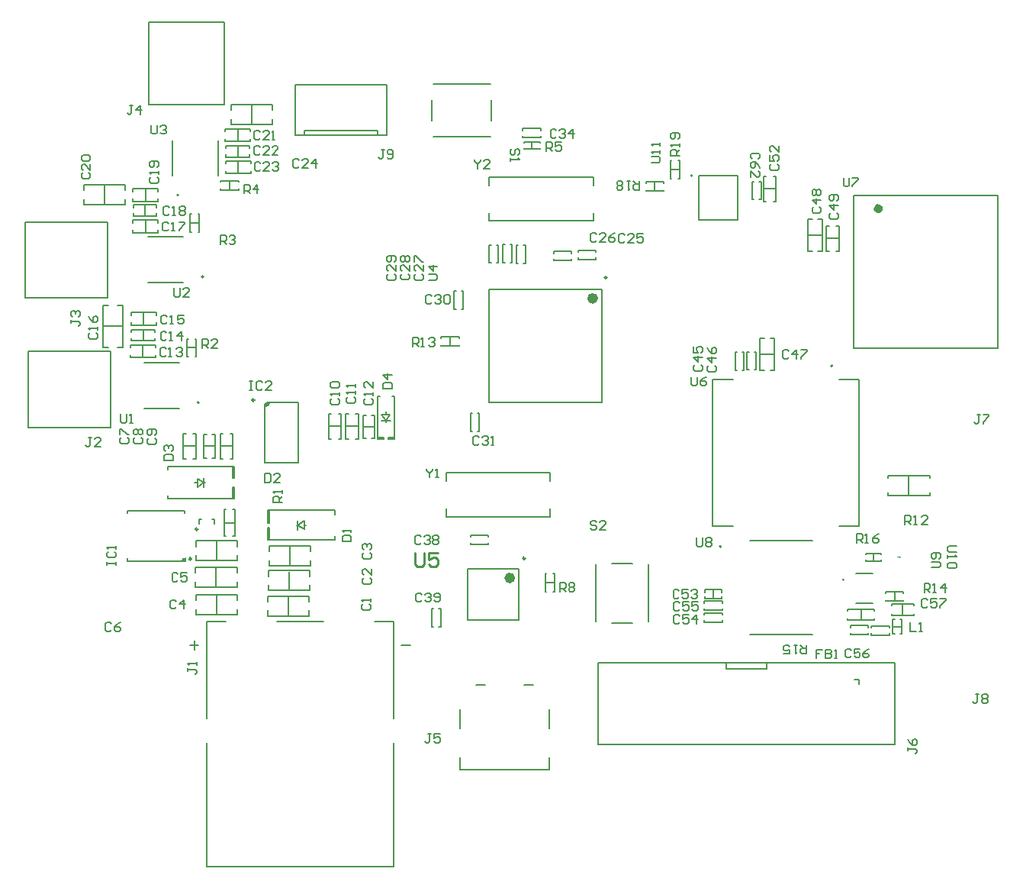
<source format=gbr>
%TF.GenerationSoftware,Altium Limited,Altium Designer,24.10.1 (45)*%
G04 Layer_Color=65535*
%FSLAX45Y45*%
%MOMM*%
%TF.SameCoordinates,E1515796-6FB3-4C94-B68D-87BC939BF7D9*%
%TF.FilePolarity,Positive*%
%TF.FileFunction,Legend,Top*%
%TF.Part,Single*%
G01*
G75*
%TA.AperFunction,NonConductor*%
%ADD105C,0.25000*%
%ADD106C,0.60000*%
%ADD107C,0.00000*%
%ADD108C,0.15240*%
%ADD109C,0.20000*%
%ADD110C,0.81280*%
%ADD111C,0.15000*%
%ADD112C,0.20320*%
%ADD113C,0.12700*%
%ADD114C,0.25400*%
%ADD115C,0.15300*%
G36*
X1437500Y2254500D02*
X1397500D01*
Y2264500D01*
X1427500Y2294500D01*
X1437500D01*
X1437500Y2254500D01*
D02*
G37*
G36*
X2337500Y4012500D02*
X2367499Y4020000D01*
Y4005000D01*
X2337500Y3975000D01*
X2317500D01*
X2337500Y4012500D01*
D02*
G37*
D105*
X5205000Y2290000D02*
G03*
X5205000Y2290000I-12500J0D01*
G01*
X6112500Y5402501D02*
G03*
X6112500Y5402501I-12500J0D01*
G01*
X2200000Y4045000D02*
G03*
X2200000Y4045000I-12500J0D01*
G01*
X1572500Y2612500D02*
G03*
X1572500Y2612500I-12500J0D01*
G01*
X1500000Y2284500D02*
G03*
X1500000Y2284500I-12500J0D01*
G01*
D106*
X5065000Y2072500D02*
G03*
X5065000Y2072500I-30000J0D01*
G01*
X5985000Y5172501D02*
G03*
X5985000Y5172501I-30000J0D01*
G01*
D107*
X7062700Y6535000D02*
G03*
X7062700Y6535000I-12700J0D01*
G01*
D108*
X8618160Y4422660D02*
G03*
X8618160Y4422660I-10160J0D01*
G01*
X8743940Y2051481D02*
G03*
X8728700Y2051481I-7620J0D01*
G01*
D02*
G03*
X8743940Y2051481I7620J0D01*
G01*
X9365443Y2303768D02*
G03*
X9340044Y2303990I-12943J-27756D01*
G01*
X7287200Y2647200D02*
Y4272800D01*
Y2647200D02*
X7511736D01*
X8912800D02*
Y4272800D01*
X8688264D02*
X8912800D01*
X7287200D02*
X7511736D01*
X8688264Y2647200D02*
X8912800D01*
X8873480Y2125141D02*
X9066520D01*
X8873480Y1789861D02*
X9066520D01*
D109*
X7382500Y2420001D02*
G03*
X7382500Y2420001I-10000J0D01*
G01*
X2322500Y3975000D02*
G03*
X2367499Y4020000I0J45000D01*
G01*
X1587000Y4017001D02*
G03*
X1587000Y4017001I-10000J0D01*
G01*
X1634500Y5412001D02*
G03*
X1634500Y5412001I-10000J0D01*
G01*
X1362000Y6318000D02*
G03*
X1362000Y6318000I-10000J0D01*
G01*
X1437500Y2294500D02*
G03*
X1397500Y2254500I0J-40000D01*
G01*
X4565000Y2172500D02*
X5135000D01*
X4565000Y1602500D02*
X5135000D01*
Y2172500D01*
X4565000Y1602500D02*
Y2172500D01*
X9695000Y2990000D02*
Y3020000D01*
X9235000Y2990000D02*
X9695000D01*
X9235000D02*
Y3020000D01*
Y3180000D02*
Y3210000D01*
X9695000D01*
Y3180000D02*
Y3210000D01*
X9465000Y2990000D02*
Y3210000D01*
X5482500Y3145000D02*
Y3237501D01*
Y2752500D02*
Y2845000D01*
X4327500Y2752500D02*
Y2845000D01*
Y3145000D02*
Y3237501D01*
Y2752500D02*
X5482500D01*
X4327500Y3237501D02*
X5482500D01*
X4805000Y4022501D02*
Y5272501D01*
X6055000Y4022501D02*
Y5272501D01*
X4805000Y4022501D02*
X6055000D01*
X4805000Y5272501D02*
X6055000D01*
X6014511Y221981D02*
Y1131984D01*
Y221981D02*
X9304514D01*
Y1131984D01*
X6014511D02*
X9304514D01*
X8909500Y892000D02*
Y942000D01*
X8859500D02*
X8909500D01*
X7884500Y1067000D02*
Y1131984D01*
X7434500Y1067000D02*
X7884500D01*
X7434500D02*
Y1131984D01*
X2339999Y4020000D02*
X2687499D01*
X2317500Y3997500D02*
X2339999Y4020000D01*
X2317500Y3350000D02*
Y3997500D01*
Y3975000D02*
X2322500D01*
X2317500Y3350000D02*
X2687499D01*
Y4020000D01*
X4185001Y7549600D02*
X4820001D01*
X4832701Y7143200D02*
Y7371800D01*
X4172301Y7143200D02*
Y7371800D01*
X4185001Y6965400D02*
X4820001D01*
X-342400Y5175261D02*
X572000D01*
X-342400D02*
Y6015261D01*
X572000D01*
Y5175261D02*
Y6015261D01*
X2657000Y6985600D02*
X3673000D01*
X3571400D02*
Y7036400D01*
X2758600D02*
X3571400D01*
X2758600Y6985600D02*
Y7036400D01*
X2657000Y6985600D02*
Y7544400D01*
X3673000D01*
Y6985600D02*
Y7544400D01*
X7810000Y4552500D02*
X7975000D01*
X7925000Y4372500D02*
X7975000D01*
Y4732500D01*
X7925000D02*
X7975000D01*
X7810000Y4372500D02*
X7860000D01*
X7810000D02*
Y4732500D01*
X7860000D01*
X8342500Y5875000D02*
X8507500D01*
X8457500Y5695000D02*
X8507500D01*
Y6055000D01*
X8457500D02*
X8507500D01*
X8342500Y5695000D02*
X8392500D01*
X8342500D02*
Y6055000D01*
X8392500D01*
X4807500Y6515001D02*
X5962500D01*
X4807500Y6030001D02*
X5962500D01*
X4807500Y6422501D02*
Y6515001D01*
Y6030001D02*
Y6122501D01*
X5962500Y6030001D02*
Y6122501D01*
Y6422501D02*
Y6515001D01*
X2172500Y7097500D02*
Y7317500D01*
X1942500Y7257500D02*
Y7317500D01*
X2402500D01*
Y7257500D02*
Y7317500D01*
X1942500Y7097500D02*
Y7157500D01*
Y7097500D02*
X2402500D01*
Y7157500D01*
X604500Y3742241D02*
Y4582241D01*
X-309900D02*
X604500D01*
X-309900Y3742241D02*
Y4582241D01*
Y3742241D02*
X604500D01*
X1030260Y7320500D02*
X1870260D01*
Y8234900D01*
X1030260D02*
X1870260D01*
X1030260Y7320500D02*
Y8234900D01*
X517500Y4632500D02*
X577500D01*
X517500D02*
Y5092500D01*
X577500D01*
X677500Y4632500D02*
X737500D01*
Y5092500D01*
X677500D02*
X737500D01*
X517500Y4862500D02*
X737500D01*
X965000Y4702500D02*
Y4827500D01*
X835000Y4797500D02*
Y4827500D01*
X1095000D01*
Y4797500D02*
Y4827500D01*
X835000Y4702500D02*
Y4732500D01*
Y4702500D02*
X1095000D01*
Y4732500D01*
X305000Y6370000D02*
Y6430000D01*
X765000D01*
Y6370000D02*
Y6430000D01*
X305000Y6210000D02*
Y6270000D01*
Y6210000D02*
X765000D01*
Y6270000D01*
X535000Y6210000D02*
Y6430000D01*
X985000Y6085001D02*
Y6210001D01*
X855000Y6180001D02*
Y6210001D01*
X1115000D01*
Y6180001D02*
Y6210001D01*
X855000Y6085001D02*
Y6115000D01*
Y6085001D02*
X1115000D01*
Y6115000D01*
X2015000Y6740000D02*
Y6865000D01*
X1885000Y6835000D02*
Y6865000D01*
X2145000D01*
Y6835000D02*
Y6865000D01*
X1885000Y6740000D02*
Y6770000D01*
Y6740000D02*
X2145000D01*
Y6770000D01*
X5472800Y400500D02*
Y616400D01*
X4482200Y400500D02*
Y616400D01*
X5193400Y883100D02*
X5295000D01*
X4660000D02*
X4761600D01*
X5472800Y-56700D02*
Y83000D01*
X4482200Y-56700D02*
X5472800D01*
X4482200D02*
Y83000D01*
X1732500Y3665000D02*
X1762500D01*
Y3405000D02*
Y3665000D01*
X1732500Y3405000D02*
X1762500D01*
X1637500Y3665000D02*
X1667500D01*
X1637500Y3405000D02*
Y3665000D01*
Y3405000D02*
X1667500D01*
X1637500Y3535000D02*
X1762500D01*
X3502500Y3877500D02*
X3532500D01*
Y3617500D02*
Y3877500D01*
X3502500Y3617500D02*
X3532500D01*
X3407500Y3877500D02*
X3437500D01*
X3407500Y3617500D02*
Y3877500D01*
Y3617500D02*
X3437500D01*
X3407500Y3747500D02*
X3532500D01*
X3662500Y3886300D02*
Y3916300D01*
Y3796300D02*
Y3816300D01*
X3612500Y3886300D02*
X3702500D01*
X3612500D02*
X3662500Y3816300D01*
X3702500Y3886300D01*
X3612500Y3816300D02*
X3712500D01*
X1977500Y2950000D02*
Y3080000D01*
X1237500Y2950000D02*
X1977500D01*
X1962500Y3080000D02*
X1977500D01*
X1962500Y2950000D02*
Y3080000D01*
Y3180000D02*
Y3310000D01*
Y3180000D02*
X1977500D01*
X1237500Y2950000D02*
Y2982500D01*
X1977500Y3180000D02*
Y3310000D01*
X1237500Y3277500D02*
Y3310000D01*
X1977500D01*
X1637500Y3080000D02*
Y3180000D01*
X1567500Y3170000D02*
X1637500Y3130000D01*
X1567500Y3080000D02*
X1637500Y3130000D01*
X1567500Y3080000D02*
Y3170000D01*
X1637500Y3130000D02*
X1657500D01*
X1537500D02*
X1567500D01*
X1780000Y2272500D02*
Y2482500D01*
X2010000Y2262500D02*
Y2322501D01*
X1550000Y2262500D02*
X2010000D01*
X1550000D02*
Y2322501D01*
X2010000Y2422500D02*
Y2482500D01*
X1550000D02*
X2010000D01*
X1550000Y2422500D02*
Y2482500D01*
X1777500Y1977500D02*
Y2187500D01*
X2007500Y1967500D02*
Y2027500D01*
X1547500Y1967500D02*
X2007500D01*
X1547500D02*
Y2027500D01*
X2007500Y2127500D02*
Y2187500D01*
X1547500D02*
X2007500D01*
X1547500Y2127500D02*
Y2187500D01*
X1780000Y1675000D02*
Y1885001D01*
X2010000Y1665000D02*
Y1725001D01*
X1550000Y1665000D02*
X2010000D01*
X1550000D02*
Y1725001D01*
X2010000Y1825000D02*
Y1885001D01*
X1550000D02*
X2010000D01*
X1550000Y1825000D02*
Y1885001D01*
X1590000Y2670000D02*
Y2720000D01*
X1615000D01*
X1760000Y2670000D02*
Y2720000D01*
X1735000D02*
X1760000D01*
X2347500Y2492400D02*
X3090800D01*
Y2540001D01*
X2347500Y2492400D02*
Y2632100D01*
X3090800Y2775001D02*
Y2822600D01*
X2347500Y2632100D02*
X2366900D01*
Y2492400D02*
Y2632100D01*
Y2682900D02*
Y2822600D01*
X2347500Y2682900D02*
X2366900D01*
X2347500Y2822600D02*
X3090800D01*
X2347500Y2682900D02*
Y2822600D01*
X2682500Y2607500D02*
Y2707500D01*
Y2657500D02*
X2752500Y2617500D01*
X2682500Y2657500D02*
X2752500Y2707500D01*
Y2617500D02*
Y2707500D01*
X2672500Y2657500D02*
X2682500D01*
X2752500D02*
X2772500D01*
X1437500Y2254500D02*
Y2294500D01*
X1118500Y2254500D02*
X1437500D01*
X787500D02*
X1118500D01*
X787500D02*
Y2294500D01*
Y2790000D02*
Y2814500D01*
X1118500D01*
X1427500Y2790000D02*
Y2814500D01*
X1118500D02*
X1427500D01*
X1437500Y2294500D02*
X1437500D01*
X2592500Y2210000D02*
Y2420000D01*
X2362500Y2370000D02*
Y2430000D01*
X2822500D01*
Y2370000D02*
Y2430000D01*
X2362500Y2210000D02*
Y2270001D01*
Y2210000D02*
X2822500D01*
Y2270001D01*
X2585000Y1932500D02*
Y2142500D01*
X2355000Y2092500D02*
Y2152500D01*
X2815000D01*
Y2092500D02*
Y2152500D01*
X2355000Y1932500D02*
Y1992500D01*
Y1932500D02*
X2815000D01*
Y1992500D01*
X2580000Y1652500D02*
Y1862500D01*
X2350000Y1812500D02*
Y1872500D01*
X2810000D01*
Y1812500D02*
Y1872500D01*
X2350000Y1652500D02*
Y1712501D01*
Y1652500D02*
X2810000D01*
Y1712501D01*
X8850000Y4617500D02*
X10449999D01*
X8850000Y6317500D02*
X10449999D01*
X8850000Y4617500D02*
Y6317500D01*
X10449999Y4617500D02*
Y6317500D01*
X5990400Y1587500D02*
Y2222500D01*
X6168200Y2235200D02*
X6396800D01*
X6168200Y1574800D02*
X6396800D01*
X6574600Y1587500D02*
Y2222500D01*
D110*
X9134199Y6167500D02*
G03*
X9134199Y6167500I-10000J0D01*
G01*
D111*
X6645000Y6364200D02*
Y6465800D01*
X6745000Y6364200D02*
Y6376900D01*
X6545000Y6364200D02*
X6745000D01*
X6545000D02*
Y6376900D01*
Y6453100D02*
Y6465800D01*
X6745000D01*
Y6453100D02*
Y6465800D01*
X7850000Y6527500D02*
X7880000D01*
X7850000Y6247500D02*
Y6527500D01*
Y6247500D02*
X7880000D01*
X7960000D02*
X7990000D01*
Y6527500D01*
X7960000D02*
X7990000D01*
X7850000Y6387500D02*
X7990000D01*
X6816700Y6602500D02*
X6918300D01*
X6816700Y6502500D02*
X6829400D01*
X6816700D02*
Y6702500D01*
X6829400D01*
X6905600D02*
X6918300D01*
Y6502500D02*
Y6702500D01*
X6905600Y6502500D02*
X6918300D01*
X7725000Y6467500D02*
X7745000D01*
X7725000Y6267500D02*
Y6467500D01*
Y6267500D02*
X7745000D01*
X7805000D02*
X7825000D01*
Y6467500D01*
X7805000D02*
X7825000D01*
X4800000Y2525000D02*
Y2545000D01*
X4600000D02*
X4800000D01*
X4600000Y2525000D02*
Y2545000D01*
Y2445000D02*
Y2465000D01*
Y2445000D02*
X4800000D01*
Y2465000D01*
X4167500Y1732500D02*
X4187500D01*
X4167500Y1532500D02*
Y1732500D01*
Y1532500D02*
X4187500D01*
X4247500D02*
X4267500D01*
Y1732500D01*
X4247500D02*
X4267500D01*
X4470000Y4730600D02*
Y4743300D01*
X4270000D02*
X4470000D01*
X4270000Y4730600D02*
Y4743300D01*
Y4641700D02*
Y4654400D01*
Y4641700D02*
X4470000D01*
Y4654400D01*
X4370000Y4641700D02*
Y4743300D01*
X1132500Y6357500D02*
Y6387500D01*
X852500D02*
X1132500D01*
X852500Y6357500D02*
Y6387500D01*
Y6247500D02*
Y6277500D01*
Y6247500D02*
X1132500D01*
Y6277500D01*
X992500Y6247500D02*
Y6387500D01*
X7750000Y4580000D02*
X7770000D01*
Y4380000D02*
Y4580000D01*
X7750000Y4380000D02*
X7770000D01*
X7670000D02*
X7690000D01*
X7670000D02*
Y4580000D01*
X7690000D01*
X7615000Y4577500D02*
X7635000D01*
Y4377500D02*
Y4577500D01*
X7615000Y4377500D02*
X7635000D01*
X7535000D02*
X7555000D01*
X7535000D02*
Y4577500D01*
X7555000D01*
X8547500Y5977500D02*
X8577500D01*
X8547500Y5697500D02*
Y5977500D01*
Y5697500D02*
X8577500D01*
X8657500D02*
X8687500D01*
Y5977500D01*
X8657500D02*
X8687500D01*
X8547500Y5837500D02*
X8687500D01*
X9277500Y1660000D02*
Y1677500D01*
Y1660000D02*
X9517500D01*
Y1677500D01*
Y1767500D02*
Y1785000D01*
X9277500D02*
X9517500D01*
X9277500Y1767500D02*
Y1785000D01*
X9397500Y1660000D02*
Y1785000D01*
X9075000Y2262500D02*
Y2342500D01*
X8990000Y2261700D02*
Y2274400D01*
Y2261700D02*
X9160000D01*
Y2274400D01*
Y2330600D02*
Y2343300D01*
X8990000D02*
X9160000D01*
X8990000Y2330600D02*
Y2343300D01*
X9305000Y1816700D02*
Y1918300D01*
X9205000Y1905600D02*
Y1918300D01*
X9405000D01*
Y1905600D02*
Y1918300D01*
Y1816700D02*
Y1829400D01*
X9205000Y1816700D02*
X9405000D01*
X9205000D02*
Y1829400D01*
X9285000Y1452500D02*
X9305000D01*
X9285000D02*
Y1612500D01*
X9305000D01*
X9365000Y1452500D02*
X9385000D01*
Y1612500D01*
X9365000D02*
X9385000D01*
X9285000Y1532500D02*
X9385000D01*
X9246000Y1440001D02*
Y1460001D01*
X9046000Y1440001D02*
X9246000D01*
X9046000D02*
Y1460001D01*
Y1520001D02*
Y1540001D01*
X9246000D01*
Y1520001D02*
Y1540001D01*
X9016000Y1442501D02*
Y1462501D01*
X8816000Y1442501D02*
X9016000D01*
X8816000D02*
Y1462501D01*
Y1522501D02*
Y1542501D01*
X9016000D01*
Y1522501D02*
Y1542501D01*
X8932500Y1605000D02*
Y1725000D01*
X8782500D02*
X9082500D01*
Y1705800D02*
Y1725000D01*
X8782500Y1705800D02*
Y1725000D01*
Y1605000D02*
Y1624200D01*
Y1605000D02*
X9082500D01*
Y1624200D01*
X7202500Y1842500D02*
Y1872500D01*
Y1842500D02*
X7382500D01*
Y1872500D01*
X7202500Y1912500D02*
Y1942500D01*
X7382500D01*
Y1912500D02*
Y1942500D01*
X7292500Y1842500D02*
Y1942500D01*
X7195000Y1795000D02*
Y1815000D01*
X7395000D01*
Y1795000D02*
Y1815000D01*
Y1715000D02*
Y1735000D01*
X7195000Y1715000D02*
X7395000D01*
X7195000D02*
Y1735000D01*
Y1662500D02*
Y1682500D01*
X7395000D01*
Y1662500D02*
Y1682500D01*
Y1582500D02*
Y1602500D01*
X7195000Y1582500D02*
X7395000D01*
X7195000D02*
Y1602500D01*
X1486700Y6007501D02*
X1588300D01*
X1486700Y5907501D02*
X1499400D01*
X1486700D02*
Y6107501D01*
X1499400D01*
X1575600D02*
X1588300D01*
Y5907501D02*
Y6107501D01*
X1575600Y5907501D02*
X1588300D01*
X1927500Y6376700D02*
Y6478300D01*
X1827500Y6465600D02*
Y6478300D01*
X2027500D01*
Y6465600D02*
Y6478300D01*
Y6376700D02*
Y6389400D01*
X1827500Y6376700D02*
X2027500D01*
X1827500D02*
Y6389400D01*
X2022500Y6555000D02*
Y6695000D01*
X2162500Y6555000D02*
Y6585000D01*
X1882500Y6555000D02*
X2162500D01*
X1882500D02*
Y6585000D01*
Y6665000D02*
Y6695000D01*
X2162500D01*
Y6665000D02*
Y6695000D01*
X1102500Y4625001D02*
Y4655001D01*
X822500D02*
X1102500D01*
X822500Y4625001D02*
Y4655001D01*
Y4515001D02*
Y4545001D01*
Y4515001D02*
X1102500D01*
Y4545001D01*
X962500Y4515001D02*
Y4655001D01*
X1112500Y4985000D02*
Y5015000D01*
X832500D02*
X1112500D01*
X832500Y4985000D02*
Y5015000D01*
Y4875000D02*
Y4905000D01*
Y4875000D02*
X1112500D01*
Y4905000D01*
X972500Y4875000D02*
Y5015000D01*
X1132500Y6012500D02*
Y6042500D01*
X852500D02*
X1132500D01*
X852500Y6012500D02*
Y6042500D01*
Y5902500D02*
Y5932500D01*
Y5902500D02*
X1132500D01*
Y5932500D01*
X992500Y5902500D02*
Y6042500D01*
X2157500Y7022500D02*
Y7052500D01*
X1877500D02*
X2157500D01*
X1877500Y7022500D02*
Y7052500D01*
Y6912500D02*
Y6942500D01*
Y6912500D02*
X2157500D01*
Y6942500D01*
X2017500Y6912500D02*
Y7052500D01*
X4597500Y3697501D02*
X4617500D01*
X4597500D02*
Y3897501D01*
X4617500D01*
X4677500D02*
X4697500D01*
Y3697501D02*
Y3897501D01*
X4677500Y3697501D02*
X4697500D01*
X4497500Y5252500D02*
X4517500D01*
Y5052500D02*
Y5252500D01*
X4497500Y5052500D02*
X4517500D01*
X4417500D02*
X4437500D01*
X4417500D02*
Y5252500D01*
X4437500D01*
X4887500Y5765000D02*
X4907500D01*
Y5565000D02*
Y5765000D01*
X4887500Y5565000D02*
X4907500D01*
X4807500D02*
X4827500D01*
X4807500D02*
Y5765000D01*
X4827500D01*
X5040000Y5769000D02*
X5060000D01*
Y5569000D02*
Y5769000D01*
X5040000Y5569000D02*
X5060000D01*
X4960000D02*
X4980000D01*
X4960000D02*
Y5769000D01*
X4980000D01*
X5187500Y5762500D02*
X5207500D01*
Y5562500D02*
Y5762500D01*
X5187500Y5562500D02*
X5207500D01*
X5107500D02*
X5127500D01*
X5107500D02*
Y5762500D01*
X5127500D01*
X5720000Y5592500D02*
Y5612500D01*
X5520000Y5592500D02*
X5720000D01*
X5520000D02*
Y5612500D01*
Y5672500D02*
Y5692500D01*
X5720000D01*
Y5672500D02*
Y5692500D01*
X5991500Y5605000D02*
Y5625000D01*
X5791500Y5605000D02*
X5991500D01*
X5791500D02*
Y5625000D01*
Y5685000D02*
Y5705000D01*
X5991500D01*
Y5685000D02*
Y5705000D01*
X5282500Y6827500D02*
Y6907500D01*
X5367500Y6895600D02*
Y6908300D01*
X5197500D02*
X5367500D01*
X5197500Y6895600D02*
Y6908300D01*
Y6826700D02*
Y6839400D01*
Y6826700D02*
X5367500D01*
Y6839400D01*
X5378500Y6955000D02*
Y6975000D01*
X5178500Y6955000D02*
X5378500D01*
X5178500D02*
Y6975000D01*
Y7035000D02*
Y7055000D01*
X5378500D01*
Y7035000D02*
Y7055000D01*
X5426700Y2022500D02*
X5528300D01*
X5515600Y2122500D02*
X5528300D01*
Y1922500D02*
Y2122500D01*
X5515600Y1922500D02*
X5528300D01*
X5426700D02*
X5439400D01*
X5426700D02*
Y2122500D01*
X5439400D01*
X1451700Y4625000D02*
X1553300D01*
X1451700Y4525000D02*
X1464400D01*
X1451700D02*
Y4725000D01*
X1464400D01*
X1540600D02*
X1553300D01*
Y4525000D02*
Y4725000D01*
X1540600Y4525000D02*
X1553300D01*
X1412500Y3535000D02*
X1552500D01*
X1522500Y3675000D02*
X1552500D01*
Y3395000D02*
Y3675000D01*
X1522500Y3395000D02*
X1552500D01*
X1412500D02*
X1442500D01*
X1412500D02*
Y3675000D01*
X1442500D01*
X3212500Y3755000D02*
X3352500D01*
X3322500Y3895000D02*
X3352500D01*
Y3615000D02*
Y3895000D01*
X3322500Y3615000D02*
X3352500D01*
X3212500D02*
X3242500D01*
X3212500D02*
Y3895000D01*
X3242500D01*
X3022500Y3755000D02*
X3162500D01*
X3132500Y3895000D02*
X3162500D01*
Y3615000D02*
Y3895000D01*
X3132500Y3615000D02*
X3162500D01*
X3022500D02*
X3052500D01*
X3022500D02*
Y3895000D01*
X3052500D01*
X3730000Y4086300D02*
X3754100D01*
Y3627700D02*
Y4086300D01*
Y3615000D02*
Y3627700D01*
X3687900Y3615000D02*
X3754100D01*
X3687900D02*
Y3627700D01*
X3754100D01*
X3570900D02*
X3637100D01*
Y3615000D02*
Y3627700D01*
X3570900Y3615000D02*
X3637100D01*
X3570900D02*
Y3627700D01*
Y4086300D01*
X3595000D01*
X1820000Y3535000D02*
X1960000D01*
X1930000Y3675000D02*
X1960000D01*
Y3395000D02*
Y3675000D01*
X1930000Y3395000D02*
X1960000D01*
X1820000D02*
X1850000D01*
X1820000D02*
Y3675000D01*
X1850000D01*
X1862500Y2685000D02*
X1982500D01*
X1862500Y2535000D02*
Y2835000D01*
X1881700D01*
X1862500Y2535000D02*
X1881700D01*
X1963300D02*
X1982500D01*
Y2835000D01*
X1963300D02*
X1982500D01*
D112*
X7135000Y6039500D02*
Y6530500D01*
X7565000D01*
X7135000Y6039500D02*
X7565000D01*
Y6530500D01*
D113*
X7698500Y1445001D02*
X8396500D01*
X7698500Y2485001D02*
X8396500D01*
X1482500Y1325000D02*
X1582500D01*
X1532500Y1275000D02*
Y1375001D01*
X3832500Y1325000D02*
X3932500D01*
X2447500Y1585001D02*
X2967500D01*
X3747500Y-1125000D02*
Y240001D01*
X1667500Y-1125000D02*
X3747500D01*
X1667500D02*
Y240001D01*
X3532500Y1585001D02*
X3747500D01*
Y515000D02*
Y1585001D01*
X1667500Y515000D02*
Y1585001D01*
X1882500D01*
X975000Y3955001D02*
X1365000D01*
X975000Y4460001D02*
X1365000D01*
X1022500Y5350001D02*
X1412500D01*
X1022500Y5855000D02*
X1412500D01*
X1290000Y6530000D02*
Y6920000D01*
X1795000Y6530000D02*
Y6920000D01*
D114*
X3983041Y2351175D02*
Y2224217D01*
X4008433Y2198825D01*
X4059216D01*
X4084608Y2224217D01*
Y2351175D01*
X4236959D02*
X4135392D01*
Y2275000D01*
X4186175Y2300392D01*
X4211567D01*
X4236959Y2275000D01*
Y2224217D01*
X4211567Y2198825D01*
X4160784D01*
X4135392Y2224217D01*
D115*
X7936678Y6663355D02*
X7920016Y6646694D01*
Y6613371D01*
X7936678Y6596710D01*
X8003323D01*
X8019984Y6613371D01*
Y6646694D01*
X8003323Y6663355D01*
X7920016Y6763323D02*
Y6696677D01*
X7970000D01*
X7953339Y6730000D01*
Y6746661D01*
X7970000Y6763323D01*
X8003323D01*
X8019984Y6746661D01*
Y6713339D01*
X8003323Y6696677D01*
X8019984Y6863290D02*
Y6796645D01*
X7953339Y6863290D01*
X7936678D01*
X7920016Y6846629D01*
Y6813307D01*
X7936678Y6796645D01*
X4646500Y6708748D02*
Y6692087D01*
X4679822Y6658764D01*
X4713145Y6692087D01*
Y6708748D01*
X4679822Y6658764D02*
Y6608781D01*
X4813113D02*
X4746468D01*
X4813113Y6675426D01*
Y6692087D01*
X4796451Y6708748D01*
X4763129D01*
X4746468Y6692087D01*
X4108355Y3284984D02*
Y3268323D01*
X4141677Y3235000D01*
X4175000Y3268323D01*
Y3284984D01*
X4141677Y3235000D02*
Y3185016D01*
X4208323D02*
X4241645D01*
X4224984D01*
Y3284984D01*
X4208323Y3268323D01*
X6605016Y6677951D02*
X6688323D01*
X6704984Y6694613D01*
Y6727935D01*
X6688323Y6744596D01*
X6605016D01*
X6704984Y6777919D02*
Y6811242D01*
Y6794581D01*
X6605016D01*
X6621678Y6777919D01*
X6704984Y6861226D02*
Y6894548D01*
Y6877887D01*
X6605016D01*
X6621678Y6861226D01*
X9992484Y2427460D02*
X9909178D01*
X9892516Y2410798D01*
Y2377476D01*
X9909178Y2360815D01*
X9992484D01*
X9892516Y2327492D02*
Y2294169D01*
Y2310831D01*
X9992484D01*
X9975823Y2327492D01*
Y2244186D02*
X9992484Y2227524D01*
Y2194202D01*
X9975823Y2177540D01*
X9909178D01*
X9892516Y2194202D01*
Y2227524D01*
X9909178Y2244186D01*
X9975823D01*
X9717516Y2186693D02*
X9800822D01*
X9817484Y2203355D01*
Y2236677D01*
X9800822Y2253338D01*
X9717516D01*
X9800822Y2286661D02*
X9817484Y2303323D01*
Y2336645D01*
X9800822Y2353306D01*
X9734177D01*
X9717516Y2336645D01*
Y2303323D01*
X9734177Y2286661D01*
X9750839D01*
X9767500Y2303323D01*
Y2353306D01*
X7109194Y2517484D02*
Y2434178D01*
X7125855Y2417516D01*
X7159177D01*
X7175839Y2434178D01*
Y2517484D01*
X7209161Y2500823D02*
X7225823Y2517484D01*
X7259145D01*
X7275806Y2500823D01*
Y2484161D01*
X7259145Y2467500D01*
X7275806Y2450839D01*
Y2434178D01*
X7259145Y2417516D01*
X7225823D01*
X7209161Y2434178D01*
Y2450839D01*
X7225823Y2467500D01*
X7209161Y2484161D01*
Y2500823D01*
X7225823Y2467500D02*
X7259145D01*
X8737600Y6510928D02*
Y6427621D01*
X8754261Y6410960D01*
X8787584D01*
X8804245Y6427621D01*
Y6510928D01*
X8837568D02*
X8904213D01*
Y6494266D01*
X8837568Y6427621D01*
Y6410960D01*
X7046693Y4302484D02*
Y4219177D01*
X7063354Y4202516D01*
X7096677D01*
X7113338Y4219177D01*
Y4302484D01*
X7213306D02*
X7179983Y4285823D01*
X7146661Y4252500D01*
Y4219177D01*
X7163322Y4202516D01*
X7196645D01*
X7213306Y4219177D01*
Y4235839D01*
X7196645Y4252500D01*
X7146661D01*
X4132516Y5376694D02*
X4215822D01*
X4232484Y5393355D01*
Y5426678D01*
X4215822Y5443339D01*
X4132516D01*
X4232484Y5526646D02*
X4132516D01*
X4182500Y5476662D01*
Y5543307D01*
X1054193Y7094984D02*
Y7011677D01*
X1070855Y6995016D01*
X1104177D01*
X1120838Y7011677D01*
Y7094984D01*
X1154161Y7078322D02*
X1170823Y7094984D01*
X1204145D01*
X1220806Y7078322D01*
Y7061661D01*
X1204145Y7045000D01*
X1187484D01*
X1204145D01*
X1220806Y7028338D01*
Y7011677D01*
X1204145Y6995016D01*
X1170823D01*
X1154161Y7011677D01*
X1311694Y5284984D02*
Y5201677D01*
X1328355Y5185016D01*
X1361677D01*
X1378339Y5201677D01*
Y5284984D01*
X1478306Y5185016D02*
X1411661D01*
X1478306Y5251661D01*
Y5268322D01*
X1461645Y5284984D01*
X1428323D01*
X1411661Y5268322D01*
X713355Y3892484D02*
Y3809178D01*
X730016Y3792516D01*
X763339D01*
X780000Y3809178D01*
Y3892484D01*
X813323Y3792516D02*
X846645D01*
X829984D01*
Y3892484D01*
X813323Y3875823D01*
X5997625Y2686727D02*
X5980964Y2703388D01*
X5947641D01*
X5930980Y2686727D01*
Y2670065D01*
X5947641Y2653404D01*
X5980964D01*
X5997625Y2636743D01*
Y2620082D01*
X5980964Y2603420D01*
X5947641D01*
X5930980Y2620082D01*
X6097593Y2603420D02*
X6030948D01*
X6097593Y2670065D01*
Y2686727D01*
X6080932Y2703388D01*
X6047609D01*
X6030948Y2686727D01*
X5125823Y6765000D02*
X5142484Y6781661D01*
Y6814983D01*
X5125823Y6831645D01*
X5109161D01*
X5092500Y6814983D01*
Y6781661D01*
X5075839Y6765000D01*
X5059178D01*
X5042516Y6781661D01*
Y6814983D01*
X5059178Y6831645D01*
X5042516Y6731677D02*
Y6698354D01*
Y6715016D01*
X5142484D01*
X5125823Y6731677D01*
X6917484Y6755040D02*
X6817516D01*
Y6805024D01*
X6834177Y6821685D01*
X6867500D01*
X6884161Y6805024D01*
Y6755040D01*
Y6788362D02*
X6917484Y6821685D01*
Y6855008D02*
Y6888330D01*
Y6871669D01*
X6817516D01*
X6834177Y6855008D01*
X6900822Y6938314D02*
X6917484Y6954975D01*
Y6988298D01*
X6900822Y7004959D01*
X6834177D01*
X6817516Y6988298D01*
Y6954975D01*
X6834177Y6938314D01*
X6850839D01*
X6867500Y6954975D01*
Y7004959D01*
X6472459Y6472484D02*
Y6372516D01*
X6422475D01*
X6405814Y6389177D01*
Y6422500D01*
X6422475Y6439161D01*
X6472459D01*
X6439137D02*
X6405814Y6472484D01*
X6372491D02*
X6339169D01*
X6355830D01*
Y6372516D01*
X6372491Y6389177D01*
X6289185D02*
X6272524Y6372516D01*
X6239201D01*
X6222540Y6389177D01*
Y6405839D01*
X6239201Y6422500D01*
X6222540Y6439161D01*
Y6455822D01*
X6239201Y6472484D01*
X6272524D01*
X6289185Y6455822D01*
Y6439161D01*
X6272524Y6422500D01*
X6289185Y6405839D01*
Y6389177D01*
X6272524Y6422500D02*
X6239201D01*
X8882540Y2460016D02*
Y2559984D01*
X8932524D01*
X8949185Y2543323D01*
Y2510000D01*
X8932524Y2493339D01*
X8882540D01*
X8915863D02*
X8949185Y2460016D01*
X8982508D02*
X9015831D01*
X8999169D01*
Y2559984D01*
X8982508Y2543323D01*
X9132460Y2559984D02*
X9099137Y2543323D01*
X9065814Y2510000D01*
Y2476678D01*
X9082476Y2460016D01*
X9115798D01*
X9132460Y2476678D01*
Y2493339D01*
X9115798Y2510000D01*
X9065814D01*
X8324960Y1329983D02*
Y1230016D01*
X8274976D01*
X8258315Y1246677D01*
Y1279999D01*
X8274976Y1296661D01*
X8324960D01*
X8291637D02*
X8258315Y1329983D01*
X8224992D02*
X8191669D01*
X8208331D01*
Y1230016D01*
X8224992Y1246677D01*
X8075040Y1230016D02*
X8141686D01*
Y1279999D01*
X8108363Y1263338D01*
X8091702D01*
X8075040Y1279999D01*
Y1313322D01*
X8091702Y1329983D01*
X8125024D01*
X8141686Y1313322D01*
X9635040Y1910016D02*
Y2009984D01*
X9685024D01*
X9701685Y1993322D01*
Y1960000D01*
X9685024Y1943339D01*
X9635040D01*
X9668363D02*
X9701685Y1910016D01*
X9735008D02*
X9768331D01*
X9751670D01*
Y2009984D01*
X9735008Y1993322D01*
X9868299Y1910016D02*
Y2009984D01*
X9818315Y1960000D01*
X9884960D01*
X3955040Y4640016D02*
Y4739984D01*
X4005024D01*
X4021685Y4723323D01*
Y4690000D01*
X4005024Y4673339D01*
X3955040D01*
X3988363D02*
X4021685Y4640016D01*
X4055008D02*
X4088331D01*
X4071670D01*
Y4739984D01*
X4055008Y4723323D01*
X4138315D02*
X4154976Y4739984D01*
X4188298D01*
X4204960Y4723323D01*
Y4706661D01*
X4188298Y4690000D01*
X4171637D01*
X4188298D01*
X4204960Y4673339D01*
Y4656678D01*
X4188298Y4640016D01*
X4154976D01*
X4138315Y4656678D01*
X9422540Y2665016D02*
Y2764984D01*
X9472524D01*
X9489185Y2748322D01*
Y2715000D01*
X9472524Y2698339D01*
X9422540D01*
X9455863D02*
X9489185Y2665016D01*
X9522508D02*
X9555831D01*
X9539170D01*
Y2764984D01*
X9522508Y2748322D01*
X9672460Y2665016D02*
X9605815D01*
X9672460Y2731661D01*
Y2748322D01*
X9655799Y2764984D01*
X9622476D01*
X9605815Y2748322D01*
X5589194Y1922517D02*
Y2022484D01*
X5639177D01*
X5655839Y2005823D01*
Y1972500D01*
X5639177Y1955839D01*
X5589194D01*
X5622516D02*
X5655839Y1922517D01*
X5689161Y2005823D02*
X5705823Y2022484D01*
X5739145D01*
X5755806Y2005823D01*
Y1989162D01*
X5739145Y1972500D01*
X5755806Y1955839D01*
Y1939178D01*
X5739145Y1922517D01*
X5705823D01*
X5689161Y1939178D01*
Y1955839D01*
X5705823Y1972500D01*
X5689161Y1989162D01*
Y2005823D01*
X5705823Y1972500D02*
X5739145D01*
X5441693Y6805016D02*
Y6904984D01*
X5491677D01*
X5508338Y6888323D01*
Y6855000D01*
X5491677Y6838339D01*
X5441693D01*
X5475016D02*
X5508338Y6805016D01*
X5608306Y6904984D02*
X5541661D01*
Y6855000D01*
X5574984Y6871661D01*
X5591645D01*
X5608306Y6855000D01*
Y6821677D01*
X5591645Y6805016D01*
X5558323D01*
X5541661Y6821677D01*
X2084194Y6335016D02*
Y6434984D01*
X2134178D01*
X2150839Y6418322D01*
Y6385000D01*
X2134178Y6368339D01*
X2084194D01*
X2117516D02*
X2150839Y6335016D01*
X2234145D02*
Y6434984D01*
X2184161Y6385000D01*
X2250807D01*
X1821694Y5770016D02*
Y5869984D01*
X1871677D01*
X1888339Y5853323D01*
Y5820000D01*
X1871677Y5803339D01*
X1821694D01*
X1855016D02*
X1888339Y5770016D01*
X1921661Y5853323D02*
X1938323Y5869984D01*
X1971645D01*
X1988306Y5853323D01*
Y5836661D01*
X1971645Y5820000D01*
X1954984D01*
X1971645D01*
X1988306Y5803339D01*
Y5786678D01*
X1971645Y5770016D01*
X1938323D01*
X1921661Y5786678D01*
X1624194Y4622516D02*
Y4722484D01*
X1674178D01*
X1690839Y4705822D01*
Y4672500D01*
X1674178Y4655839D01*
X1624194D01*
X1657516D02*
X1690839Y4622516D01*
X1790806D02*
X1724161D01*
X1790806Y4689161D01*
Y4705822D01*
X1774145Y4722484D01*
X1740823D01*
X1724161Y4705822D01*
X2507484Y2908355D02*
X2407516D01*
Y2958339D01*
X2424177Y2975000D01*
X2457500D01*
X2474161Y2958339D01*
Y2908355D01*
Y2941677D02*
X2507484Y2975000D01*
Y3008322D02*
Y3041645D01*
Y3024984D01*
X2407516D01*
X2424177Y3008322D01*
X9480855Y1582484D02*
Y1482516D01*
X9547500D01*
X9580823D02*
X9614145D01*
X9597484D01*
Y1582484D01*
X9580823Y1565823D01*
X3640839Y6819984D02*
X3607516D01*
X3624177D01*
Y6736677D01*
X3607516Y6720016D01*
X3590855D01*
X3574194Y6736677D01*
X3674161D02*
X3690823Y6720016D01*
X3724145D01*
X3740806Y6736677D01*
Y6803322D01*
X3724145Y6819984D01*
X3690823D01*
X3674161Y6803322D01*
Y6786661D01*
X3690823Y6770000D01*
X3740806D01*
X10240839Y782484D02*
X10207516D01*
X10224177D01*
Y699177D01*
X10207516Y682516D01*
X10190855D01*
X10174194Y699177D01*
X10274161Y765822D02*
X10290823Y782484D01*
X10324145D01*
X10340806Y765822D01*
Y749161D01*
X10324145Y732500D01*
X10340806Y715839D01*
Y699177D01*
X10324145Y682516D01*
X10290823D01*
X10274161Y699177D01*
Y715839D01*
X10290823Y732500D01*
X10274161Y749161D01*
Y765822D01*
X10290823Y732500D02*
X10324145D01*
X10253338Y3879984D02*
X10220016D01*
X10236677D01*
Y3796677D01*
X10220016Y3780016D01*
X10203355D01*
X10186693Y3796677D01*
X10286661Y3879984D02*
X10353306D01*
Y3863322D01*
X10286661Y3796677D01*
Y3780016D01*
X9450016Y188339D02*
Y155016D01*
Y171678D01*
X9533323D01*
X9549984Y155016D01*
Y138355D01*
X9533323Y121694D01*
X9450016Y288307D02*
X9466678Y254984D01*
X9500000Y221662D01*
X9533323D01*
X9549984Y238323D01*
Y271646D01*
X9533323Y288307D01*
X9516661D01*
X9500000Y271646D01*
Y221662D01*
X4160839Y342984D02*
X4127516D01*
X4144178D01*
Y259678D01*
X4127516Y243016D01*
X4110855D01*
X4094194Y259678D01*
X4260807Y342984D02*
X4194162D01*
Y293000D01*
X4227484Y309661D01*
X4244145D01*
X4260807Y293000D01*
Y259678D01*
X4244145Y243016D01*
X4210823D01*
X4194162Y259678D01*
X853859Y7309984D02*
X820536D01*
X837197D01*
Y7226677D01*
X820536Y7210016D01*
X803875D01*
X787214Y7226677D01*
X937165Y7210016D02*
Y7309984D01*
X887181Y7260000D01*
X953826D01*
X167516Y4935855D02*
Y4902532D01*
Y4919194D01*
X250822D01*
X267484Y4902532D01*
Y4885871D01*
X250822Y4869210D01*
X184177Y4969178D02*
X167516Y4985839D01*
Y5019162D01*
X184177Y5035823D01*
X200839D01*
X217500Y5019162D01*
Y5002500D01*
Y5019162D01*
X234161Y5035823D01*
X250822D01*
X267484Y5019162D01*
Y4985839D01*
X250822Y4969178D01*
X390839Y3627484D02*
X357516D01*
X374178D01*
Y3544178D01*
X357516Y3527516D01*
X340855D01*
X324194Y3544178D01*
X490806Y3527516D02*
X424161D01*
X490806Y3594161D01*
Y3610823D01*
X474145Y3627484D01*
X440823D01*
X424161Y3610823D01*
X1463716Y1073500D02*
Y1040178D01*
Y1056839D01*
X1547022D01*
X1563683Y1040178D01*
Y1023517D01*
X1547022Y1006855D01*
X1563683Y1106823D02*
Y1140146D01*
Y1123484D01*
X1463716D01*
X1480377Y1106823D01*
X2142540Y4252484D02*
X2175863D01*
X2159202D01*
Y4152516D01*
X2142540D01*
X2175863D01*
X2292492Y4235823D02*
X2275831Y4252484D01*
X2242508D01*
X2225847Y4235823D01*
Y4169178D01*
X2242508Y4152516D01*
X2275831D01*
X2292492Y4169178D01*
X2392460Y4152516D02*
X2325814D01*
X2392460Y4219161D01*
Y4235823D01*
X2375798Y4252484D01*
X2342476D01*
X2325814Y4235823D01*
X560016Y2213702D02*
Y2247024D01*
Y2230363D01*
X659983D01*
Y2213702D01*
Y2247024D01*
X576677Y2363653D02*
X560016Y2346992D01*
Y2313669D01*
X576677Y2297008D01*
X643322D01*
X659983Y2313669D01*
Y2346992D01*
X643322Y2363653D01*
X659983Y2396976D02*
Y2430298D01*
Y2413637D01*
X560016D01*
X576677Y2396976D01*
X8502516Y1279984D02*
X8435871D01*
Y1230000D01*
X8469194D01*
X8435871D01*
Y1180016D01*
X8535839Y1279984D02*
Y1180016D01*
X8585823D01*
X8602484Y1196678D01*
Y1213339D01*
X8585823Y1230000D01*
X8535839D01*
X8585823D01*
X8602484Y1246661D01*
Y1263323D01*
X8585823Y1279984D01*
X8535839D01*
X8635807Y1180016D02*
X8669129D01*
X8652468D01*
Y1279984D01*
X8635807Y1263323D01*
X3625016Y4175494D02*
X3724983D01*
Y4225478D01*
X3708322Y4242139D01*
X3641677D01*
X3625016Y4225478D01*
Y4175494D01*
X3724983Y4325446D02*
X3625016D01*
X3675000Y4275462D01*
Y4342107D01*
X1200016Y3374194D02*
X1299983D01*
Y3424178D01*
X1283322Y3440839D01*
X1216677D01*
X1200016Y3424178D01*
Y3374194D01*
X1216677Y3474161D02*
X1200016Y3490823D01*
Y3524145D01*
X1216677Y3540806D01*
X1233338D01*
X1250000Y3524145D01*
Y3507484D01*
Y3524145D01*
X1266661Y3540806D01*
X1283322D01*
X1299983Y3524145D01*
Y3490823D01*
X1283322Y3474161D01*
X2319193Y3229984D02*
Y3130016D01*
X2369177D01*
X2385839Y3146677D01*
Y3213323D01*
X2369177Y3229984D01*
X2319193D01*
X2485806Y3130016D02*
X2419161D01*
X2485806Y3196661D01*
Y3213323D01*
X2469145Y3229984D01*
X2435823D01*
X2419161Y3213323D01*
X3175016Y2475855D02*
X3274984D01*
Y2525839D01*
X3258322Y2542500D01*
X3191677D01*
X3175016Y2525839D01*
Y2475855D01*
X3274984Y2575823D02*
Y2609145D01*
Y2592484D01*
X3175016D01*
X3191677Y2575823D01*
X7795823Y6716645D02*
X7812484Y6733306D01*
Y6766628D01*
X7795823Y6783290D01*
X7729178D01*
X7712516Y6766628D01*
Y6733306D01*
X7729178Y6716645D01*
X7812484Y6616677D02*
X7795823Y6649999D01*
X7762500Y6683322D01*
X7729178D01*
X7712516Y6666661D01*
Y6633338D01*
X7729178Y6616677D01*
X7745839D01*
X7762500Y6633338D01*
Y6683322D01*
X7712516Y6516709D02*
Y6583354D01*
X7779161Y6516709D01*
X7795823D01*
X7812484Y6533370D01*
Y6566693D01*
X7795823Y6583354D01*
X9673355Y1823322D02*
X9656694Y1839984D01*
X9623371D01*
X9606710Y1823322D01*
Y1756677D01*
X9623371Y1740016D01*
X9656694D01*
X9673355Y1756677D01*
X9773323Y1839984D02*
X9706678D01*
Y1790000D01*
X9740000Y1806661D01*
X9756661D01*
X9773323Y1790000D01*
Y1756677D01*
X9756661Y1740016D01*
X9723339D01*
X9706678Y1756677D01*
X9806645Y1839984D02*
X9873290D01*
Y1823322D01*
X9806645Y1756677D01*
Y1740016D01*
X8823355Y1270822D02*
X8806694Y1287484D01*
X8773371D01*
X8756710Y1270822D01*
Y1204177D01*
X8773371Y1187516D01*
X8806694D01*
X8823355Y1204177D01*
X8923323Y1287484D02*
X8856677D01*
Y1237500D01*
X8890000Y1254161D01*
X8906661D01*
X8923323Y1237500D01*
Y1204177D01*
X8906661Y1187516D01*
X8873339D01*
X8856677Y1204177D01*
X9023290Y1287484D02*
X8989968Y1270822D01*
X8956645Y1237500D01*
Y1204177D01*
X8973307Y1187516D01*
X9006629D01*
X9023290Y1204177D01*
Y1220839D01*
X9006629Y1237500D01*
X8956645D01*
X6920855Y1788323D02*
X6904194Y1804984D01*
X6870871D01*
X6854210Y1788323D01*
Y1721678D01*
X6870871Y1705016D01*
X6904194D01*
X6920855Y1721678D01*
X7020823Y1804984D02*
X6954178D01*
Y1755000D01*
X6987500Y1771661D01*
X7004162D01*
X7020823Y1755000D01*
Y1721678D01*
X7004162Y1705016D01*
X6970839D01*
X6954178Y1721678D01*
X7120790Y1804984D02*
X7054145D01*
Y1755000D01*
X7087468Y1771661D01*
X7104129D01*
X7120790Y1755000D01*
Y1721678D01*
X7104129Y1705016D01*
X7070807D01*
X7054145Y1721678D01*
X6920855Y1650822D02*
X6904194Y1667484D01*
X6870871D01*
X6854210Y1650822D01*
Y1584177D01*
X6870871Y1567516D01*
X6904194D01*
X6920855Y1584177D01*
X7020823Y1667484D02*
X6954178D01*
Y1617500D01*
X6987500Y1634161D01*
X7004162D01*
X7020823Y1617500D01*
Y1584177D01*
X7004162Y1567516D01*
X6970839D01*
X6954178Y1584177D01*
X7104129Y1567516D02*
Y1667484D01*
X7054145Y1617500D01*
X7120790D01*
X6915855Y1928323D02*
X6899193Y1944984D01*
X6865871D01*
X6849210Y1928323D01*
Y1861678D01*
X6865871Y1845016D01*
X6899193D01*
X6915855Y1861678D01*
X7015822Y1944984D02*
X6949177D01*
Y1895000D01*
X6982500Y1911661D01*
X6999161D01*
X7015822Y1895000D01*
Y1861678D01*
X6999161Y1845016D01*
X6965839D01*
X6949177Y1861678D01*
X7049145Y1928323D02*
X7065807Y1944984D01*
X7099129D01*
X7115790Y1928323D01*
Y1911661D01*
X7099129Y1895000D01*
X7082468D01*
X7099129D01*
X7115790Y1878339D01*
Y1861678D01*
X7099129Y1845016D01*
X7065807D01*
X7049145Y1861678D01*
X8596677Y6118355D02*
X8580016Y6101693D01*
Y6068371D01*
X8596677Y6051710D01*
X8663322D01*
X8679984Y6068371D01*
Y6101693D01*
X8663322Y6118355D01*
X8679984Y6201661D02*
X8580016D01*
X8630000Y6151677D01*
Y6218322D01*
X8663322Y6251645D02*
X8679984Y6268306D01*
Y6301629D01*
X8663322Y6318290D01*
X8596677D01*
X8580016Y6301629D01*
Y6268306D01*
X8596677Y6251645D01*
X8613339D01*
X8630000Y6268306D01*
Y6318290D01*
X8406677Y6183354D02*
X8390016Y6166693D01*
Y6133371D01*
X8406677Y6116709D01*
X8473322D01*
X8489984Y6133371D01*
Y6166693D01*
X8473322Y6183354D01*
X8489984Y6266661D02*
X8390016D01*
X8440000Y6216677D01*
Y6283322D01*
X8406677Y6316645D02*
X8390016Y6333306D01*
Y6366629D01*
X8406677Y6383290D01*
X8423338D01*
X8440000Y6366629D01*
X8456661Y6383290D01*
X8473322D01*
X8489984Y6366629D01*
Y6333306D01*
X8473322Y6316645D01*
X8456661D01*
X8440000Y6333306D01*
X8423338Y6316645D01*
X8406677D01*
X8440000Y6333306D02*
Y6366629D01*
X8133355Y4583323D02*
X8116694Y4599984D01*
X8083371D01*
X8066710Y4583323D01*
Y4516678D01*
X8083371Y4500016D01*
X8116694D01*
X8133355Y4516678D01*
X8216662Y4500016D02*
Y4599984D01*
X8166678Y4550000D01*
X8233323D01*
X8266646Y4599984D02*
X8333291D01*
Y4583323D01*
X8266646Y4516678D01*
Y4500016D01*
X7241677Y4425855D02*
X7225016Y4409194D01*
Y4375871D01*
X7241677Y4359210D01*
X7308322D01*
X7324983Y4375871D01*
Y4409194D01*
X7308322Y4425855D01*
X7324983Y4509161D02*
X7225016D01*
X7274999Y4459178D01*
Y4525823D01*
X7225016Y4625790D02*
X7241677Y4592468D01*
X7274999Y4559145D01*
X7308322D01*
X7324983Y4575807D01*
Y4609129D01*
X7308322Y4625790D01*
X7291661D01*
X7274999Y4609129D01*
Y4559145D01*
X7091677Y4435855D02*
X7075016Y4419194D01*
Y4385871D01*
X7091677Y4369210D01*
X7158322D01*
X7174984Y4385871D01*
Y4419194D01*
X7158322Y4435855D01*
X7174984Y4519162D02*
X7075016D01*
X7125000Y4469178D01*
Y4535823D01*
X7075016Y4635791D02*
Y4569146D01*
X7125000D01*
X7108339Y4602468D01*
Y4619129D01*
X7125000Y4635791D01*
X7158322D01*
X7174984Y4619129D01*
Y4585807D01*
X7158322Y4569146D01*
X4059525Y1889246D02*
X4042864Y1905908D01*
X4009541D01*
X3992880Y1889246D01*
Y1822601D01*
X4009541Y1805940D01*
X4042864D01*
X4059525Y1822601D01*
X4092848Y1889246D02*
X4109509Y1905908D01*
X4142832D01*
X4159493Y1889246D01*
Y1872585D01*
X4142832Y1855924D01*
X4126170D01*
X4142832D01*
X4159493Y1839263D01*
Y1822601D01*
X4142832Y1805940D01*
X4109509D01*
X4092848Y1822601D01*
X4192816D02*
X4209477Y1805940D01*
X4242799D01*
X4259461Y1822601D01*
Y1889246D01*
X4242799Y1905908D01*
X4209477D01*
X4192816Y1889246D01*
Y1872585D01*
X4209477Y1855924D01*
X4259461D01*
X4048355Y2464177D02*
X4031693Y2447516D01*
X3998371D01*
X3981710Y2464177D01*
Y2530822D01*
X3998371Y2547484D01*
X4031693D01*
X4048355Y2530822D01*
X4081677Y2464177D02*
X4098339Y2447516D01*
X4131661D01*
X4148322Y2464177D01*
Y2480839D01*
X4131661Y2497500D01*
X4115000D01*
X4131661D01*
X4148322Y2514161D01*
Y2530822D01*
X4131661Y2547484D01*
X4098339D01*
X4081677Y2530822D01*
X4181645Y2464177D02*
X4198307Y2447516D01*
X4231629D01*
X4248290Y2464177D01*
Y2480839D01*
X4231629Y2497500D01*
X4248290Y2514161D01*
Y2530822D01*
X4231629Y2547484D01*
X4198307D01*
X4181645Y2530822D01*
Y2514161D01*
X4198307Y2497500D01*
X4181645Y2480839D01*
Y2464177D01*
X4198307Y2497500D02*
X4231629D01*
X5552855Y7033322D02*
X5536193Y7049984D01*
X5502871D01*
X5486209Y7033322D01*
Y6966677D01*
X5502871Y6950016D01*
X5536193D01*
X5552855Y6966677D01*
X5586177Y7033322D02*
X5602839Y7049984D01*
X5636161D01*
X5652822Y7033322D01*
Y7016661D01*
X5636161Y7000000D01*
X5619500D01*
X5636161D01*
X5652822Y6983339D01*
Y6966677D01*
X5636161Y6950016D01*
X5602839D01*
X5586177Y6966677D01*
X5736129Y6950016D02*
Y7049984D01*
X5686145Y7000000D01*
X5752790D01*
X4692516Y3628322D02*
X4675855Y3644984D01*
X4642532D01*
X4625871Y3628322D01*
Y3561677D01*
X4642532Y3545016D01*
X4675855D01*
X4692516Y3561677D01*
X4725839Y3628322D02*
X4742500Y3644984D01*
X4775823D01*
X4792484Y3628322D01*
Y3611661D01*
X4775823Y3595000D01*
X4759161D01*
X4775823D01*
X4792484Y3578339D01*
Y3561677D01*
X4775823Y3545016D01*
X4742500D01*
X4725839Y3561677D01*
X4825807Y3545016D02*
X4859129D01*
X4842468D01*
Y3644984D01*
X4825807Y3628322D01*
X4170855Y5198323D02*
X4154194Y5214984D01*
X4120871D01*
X4104210Y5198323D01*
Y5131678D01*
X4120871Y5115016D01*
X4154194D01*
X4170855Y5131678D01*
X4204178Y5198323D02*
X4220839Y5214984D01*
X4254161D01*
X4270823Y5198323D01*
Y5181661D01*
X4254161Y5165000D01*
X4237500D01*
X4254161D01*
X4270823Y5148339D01*
Y5131678D01*
X4254161Y5115016D01*
X4220839D01*
X4204178Y5131678D01*
X4304145Y5198323D02*
X4320807Y5214984D01*
X4354129D01*
X4370790Y5198323D01*
Y5131678D01*
X4354129Y5115016D01*
X4320807D01*
X4304145Y5131678D01*
Y5198323D01*
X3686677Y5440854D02*
X3670016Y5424193D01*
Y5390871D01*
X3686677Y5374209D01*
X3753322D01*
X3769984Y5390871D01*
Y5424193D01*
X3753322Y5440854D01*
X3769984Y5540822D02*
Y5474177D01*
X3703339Y5540822D01*
X3686677D01*
X3670016Y5524161D01*
Y5490839D01*
X3686677Y5474177D01*
X3753322Y5574145D02*
X3769984Y5590806D01*
Y5624129D01*
X3753322Y5640790D01*
X3686677D01*
X3670016Y5624129D01*
Y5590806D01*
X3686677Y5574145D01*
X3703339D01*
X3720000Y5590806D01*
Y5640790D01*
X3841677Y5444855D02*
X3825016Y5428194D01*
Y5394871D01*
X3841677Y5378210D01*
X3908322D01*
X3924984Y5394871D01*
Y5428194D01*
X3908322Y5444855D01*
X3924984Y5544823D02*
Y5478178D01*
X3858339Y5544823D01*
X3841677D01*
X3825016Y5528161D01*
Y5494839D01*
X3841677Y5478178D01*
Y5578145D02*
X3825016Y5594807D01*
Y5628129D01*
X3841677Y5644790D01*
X3858339D01*
X3875000Y5628129D01*
X3891661Y5644790D01*
X3908322D01*
X3924984Y5628129D01*
Y5594807D01*
X3908322Y5578145D01*
X3891661D01*
X3875000Y5594807D01*
X3858339Y5578145D01*
X3841677D01*
X3875000Y5594807D02*
Y5628129D01*
X3994177Y5440855D02*
X3977516Y5424194D01*
Y5390871D01*
X3994177Y5374210D01*
X4060822D01*
X4077484Y5390871D01*
Y5424194D01*
X4060822Y5440855D01*
X4077484Y5540823D02*
Y5474178D01*
X4010839Y5540823D01*
X3994177D01*
X3977516Y5524161D01*
Y5490839D01*
X3994177Y5474178D01*
X3977516Y5574145D02*
Y5640790D01*
X3994177D01*
X4060822Y5574145D01*
X4077484D01*
X6000855Y5878323D02*
X5984194Y5894984D01*
X5950871D01*
X5934210Y5878323D01*
Y5811677D01*
X5950871Y5795016D01*
X5984194D01*
X6000855Y5811677D01*
X6100822Y5795016D02*
X6034177D01*
X6100822Y5861661D01*
Y5878323D01*
X6084161Y5894984D01*
X6050839D01*
X6034177Y5878323D01*
X6200790Y5894984D02*
X6167468Y5878323D01*
X6134145Y5845000D01*
Y5811677D01*
X6150807Y5795016D01*
X6184129D01*
X6200790Y5811677D01*
Y5828339D01*
X6184129Y5845000D01*
X6134145D01*
X6313355Y5873323D02*
X6296694Y5889984D01*
X6263371D01*
X6246710Y5873323D01*
Y5806677D01*
X6263371Y5790016D01*
X6296694D01*
X6313355Y5806677D01*
X6413322Y5790016D02*
X6346677D01*
X6413322Y5856661D01*
Y5873323D01*
X6396661Y5889984D01*
X6363339D01*
X6346677Y5873323D01*
X6513290Y5889984D02*
X6446645D01*
Y5840000D01*
X6479968Y5856661D01*
X6496629D01*
X6513290Y5840000D01*
Y5806677D01*
X6496629Y5790016D01*
X6463307D01*
X6446645Y5806677D01*
X2698355Y6703323D02*
X2681694Y6719984D01*
X2648371D01*
X2631710Y6703323D01*
Y6636678D01*
X2648371Y6620016D01*
X2681694D01*
X2698355Y6636678D01*
X2798323Y6620016D02*
X2731678D01*
X2798323Y6686661D01*
Y6703323D01*
X2781661Y6719984D01*
X2748339D01*
X2731678Y6703323D01*
X2881629Y6620016D02*
Y6719984D01*
X2831645Y6670000D01*
X2898290D01*
X2268355Y6668322D02*
X2251693Y6684984D01*
X2218371D01*
X2201710Y6668322D01*
Y6601677D01*
X2218371Y6585016D01*
X2251693D01*
X2268355Y6601677D01*
X2368322Y6585016D02*
X2301677D01*
X2368322Y6651661D01*
Y6668322D01*
X2351661Y6684984D01*
X2318339D01*
X2301677Y6668322D01*
X2401645D02*
X2418307Y6684984D01*
X2451629D01*
X2468290Y6668322D01*
Y6651661D01*
X2451629Y6635000D01*
X2434968D01*
X2451629D01*
X2468290Y6618339D01*
Y6601677D01*
X2451629Y6585016D01*
X2418307D01*
X2401645Y6601677D01*
X2263355Y6848323D02*
X2246694Y6864984D01*
X2213371D01*
X2196710Y6848323D01*
Y6781678D01*
X2213371Y6765016D01*
X2246694D01*
X2263355Y6781678D01*
X2363323Y6765016D02*
X2296678D01*
X2363323Y6831661D01*
Y6848323D01*
X2346662Y6864984D01*
X2313339D01*
X2296678Y6848323D01*
X2463290Y6765016D02*
X2396645D01*
X2463290Y6831661D01*
Y6848323D01*
X2446629Y6864984D01*
X2413307D01*
X2396645Y6848323D01*
X2262516Y7018322D02*
X2245855Y7034984D01*
X2212532D01*
X2195871Y7018322D01*
Y6951677D01*
X2212532Y6935016D01*
X2245855D01*
X2262516Y6951677D01*
X2362484Y6935016D02*
X2295839D01*
X2362484Y7001661D01*
Y7018322D01*
X2345823Y7034984D01*
X2312500D01*
X2295839Y7018322D01*
X2395806Y6935016D02*
X2429129D01*
X2412468D01*
Y7034984D01*
X2395806Y7018322D01*
X296677Y6563355D02*
X280015Y6546694D01*
Y6513371D01*
X296677Y6496710D01*
X363322D01*
X379983Y6513371D01*
Y6546694D01*
X363322Y6563355D01*
X379983Y6663322D02*
Y6596677D01*
X313338Y6663322D01*
X296677D01*
X280015Y6646661D01*
Y6613339D01*
X296677Y6596677D01*
Y6696645D02*
X280015Y6713307D01*
Y6746629D01*
X296677Y6763290D01*
X363322D01*
X379983Y6746629D01*
Y6713307D01*
X363322Y6696645D01*
X296677D01*
X1051677Y6514185D02*
X1035016Y6497524D01*
Y6464202D01*
X1051677Y6447540D01*
X1118322D01*
X1134984Y6464202D01*
Y6497524D01*
X1118322Y6514185D01*
X1134984Y6547508D02*
Y6580831D01*
Y6564169D01*
X1035016D01*
X1051677Y6547508D01*
X1118322Y6630815D02*
X1134984Y6647476D01*
Y6680798D01*
X1118322Y6697460D01*
X1051677D01*
X1035016Y6680798D01*
Y6647476D01*
X1051677Y6630815D01*
X1068338D01*
X1085000Y6647476D01*
Y6697460D01*
X1254185Y6180823D02*
X1237524Y6197484D01*
X1204202D01*
X1187540Y6180823D01*
Y6114178D01*
X1204202Y6097516D01*
X1237524D01*
X1254185Y6114178D01*
X1287508Y6097516D02*
X1320831D01*
X1304170D01*
Y6197484D01*
X1287508Y6180823D01*
X1370815D02*
X1387476Y6197484D01*
X1420799D01*
X1437460Y6180823D01*
Y6164161D01*
X1420799Y6147500D01*
X1437460Y6130839D01*
Y6114178D01*
X1420799Y6097516D01*
X1387476D01*
X1370815Y6114178D01*
Y6130839D01*
X1387476Y6147500D01*
X1370815Y6164161D01*
Y6180823D01*
X1387476Y6147500D02*
X1420799D01*
X1246685Y6003323D02*
X1230024Y6019984D01*
X1196702D01*
X1180040Y6003323D01*
Y5936677D01*
X1196702Y5920016D01*
X1230024D01*
X1246685Y5936677D01*
X1280008Y5920016D02*
X1313331D01*
X1296669D01*
Y6019984D01*
X1280008Y6003323D01*
X1363315Y6019984D02*
X1429960D01*
Y6003323D01*
X1363315Y5936677D01*
Y5920016D01*
X379177Y4791685D02*
X362516Y4775024D01*
Y4741702D01*
X379177Y4725040D01*
X445822D01*
X462484Y4741702D01*
Y4775024D01*
X445822Y4791685D01*
X462484Y4825008D02*
Y4858331D01*
Y4841670D01*
X362516D01*
X379177Y4825008D01*
X362516Y4974960D02*
X379177Y4941637D01*
X412500Y4908315D01*
X445822D01*
X462484Y4924976D01*
Y4958298D01*
X445822Y4974960D01*
X429161D01*
X412500Y4958298D01*
Y4908315D01*
X1231685Y4970822D02*
X1215024Y4987484D01*
X1181702D01*
X1165040Y4970822D01*
Y4904177D01*
X1181702Y4887516D01*
X1215024D01*
X1231685Y4904177D01*
X1265008Y4887516D02*
X1298331D01*
X1281670D01*
Y4987484D01*
X1265008Y4970822D01*
X1414960Y4987484D02*
X1348315D01*
Y4937500D01*
X1381637Y4954161D01*
X1398298D01*
X1414960Y4937500D01*
Y4904177D01*
X1398298Y4887516D01*
X1364976D01*
X1348315Y4904177D01*
X1226686Y4790823D02*
X1210025Y4807484D01*
X1176702D01*
X1160041Y4790823D01*
Y4724177D01*
X1176702Y4707516D01*
X1210025D01*
X1226686Y4724177D01*
X1260008Y4707516D02*
X1293331D01*
X1276670D01*
Y4807484D01*
X1260008Y4790823D01*
X1393299Y4707516D02*
Y4807484D01*
X1343315Y4757500D01*
X1409960D01*
X1219185Y4608323D02*
X1202524Y4624985D01*
X1169202D01*
X1152540Y4608323D01*
Y4541678D01*
X1169202Y4525017D01*
X1202524D01*
X1219185Y4541678D01*
X1252508Y4525017D02*
X1285831D01*
X1269169D01*
Y4624985D01*
X1252508Y4608323D01*
X1335814D02*
X1352476Y4624985D01*
X1385798D01*
X1402459Y4608323D01*
Y4591662D01*
X1385798Y4575001D01*
X1369137D01*
X1385798D01*
X1402459Y4558339D01*
Y4541678D01*
X1385798Y4525017D01*
X1352476D01*
X1335814Y4541678D01*
X3436677Y4064186D02*
X3420016Y4047525D01*
Y4014202D01*
X3436677Y3997541D01*
X3503322D01*
X3519984Y4014202D01*
Y4047525D01*
X3503322Y4064186D01*
X3519984Y4097509D02*
Y4130831D01*
Y4114170D01*
X3420016D01*
X3436677Y4097509D01*
X3519984Y4247460D02*
Y4180815D01*
X3453339Y4247460D01*
X3436677D01*
X3420016Y4230799D01*
Y4197476D01*
X3436677Y4180815D01*
X3239177Y4075847D02*
X3222516Y4059186D01*
Y4025863D01*
X3239177Y4009202D01*
X3305822D01*
X3322484Y4025863D01*
Y4059186D01*
X3305822Y4075847D01*
X3322484Y4109170D02*
Y4142492D01*
Y4125831D01*
X3222516D01*
X3239177Y4109170D01*
X3322484Y4192476D02*
Y4225799D01*
Y4209138D01*
X3222516D01*
X3239177Y4192476D01*
X3059178Y4064186D02*
X3042516Y4047525D01*
Y4014202D01*
X3059178Y3997541D01*
X3125823D01*
X3142484Y4014202D01*
Y4047525D01*
X3125823Y4064186D01*
X3142484Y4097509D02*
Y4130831D01*
Y4114170D01*
X3042516D01*
X3059178Y4097509D01*
Y4180815D02*
X3042516Y4197476D01*
Y4230799D01*
X3059178Y4247460D01*
X3125823D01*
X3142484Y4230799D01*
Y4197476D01*
X3125823Y4180815D01*
X3059178D01*
X1029178Y3620839D02*
X1012516Y3604177D01*
Y3570855D01*
X1029178Y3554194D01*
X1095823D01*
X1112484Y3570855D01*
Y3604177D01*
X1095823Y3620839D01*
Y3654161D02*
X1112484Y3670823D01*
Y3704145D01*
X1095823Y3720806D01*
X1029178D01*
X1012516Y3704145D01*
Y3670823D01*
X1029178Y3654161D01*
X1045839D01*
X1062500Y3670823D01*
Y3720806D01*
X876677Y3625839D02*
X860016Y3609178D01*
Y3575855D01*
X876677Y3559194D01*
X943322D01*
X959984Y3575855D01*
Y3609178D01*
X943322Y3625839D01*
X876677Y3659162D02*
X860016Y3675823D01*
Y3709145D01*
X876677Y3725807D01*
X893339D01*
X910000Y3709145D01*
X926661Y3725807D01*
X943322D01*
X959984Y3709145D01*
Y3675823D01*
X943322Y3659162D01*
X926661D01*
X910000Y3675823D01*
X893339Y3659162D01*
X876677D01*
X910000Y3675823D02*
Y3709145D01*
X721678Y3625839D02*
X705016Y3609178D01*
Y3575855D01*
X721678Y3559194D01*
X788323D01*
X804984Y3575855D01*
Y3609178D01*
X788323Y3625839D01*
X705016Y3659162D02*
Y3725807D01*
X721678D01*
X788323Y3659162D01*
X804984D01*
X613339Y1563323D02*
X596677Y1579984D01*
X563355D01*
X546694Y1563323D01*
Y1496677D01*
X563355Y1480016D01*
X596677D01*
X613339Y1496677D01*
X713306Y1579984D02*
X679984Y1563323D01*
X646661Y1530000D01*
Y1496677D01*
X663323Y1480016D01*
X696645D01*
X713306Y1496677D01*
Y1513339D01*
X696645Y1530000D01*
X646661D01*
X1353339Y2113322D02*
X1336678Y2129984D01*
X1303355D01*
X1286694Y2113322D01*
Y2046677D01*
X1303355Y2030016D01*
X1336678D01*
X1353339Y2046677D01*
X1453306Y2129984D02*
X1386661D01*
Y2080000D01*
X1419984Y2096661D01*
X1436645D01*
X1453306Y2080000D01*
Y2046677D01*
X1436645Y2030016D01*
X1403323D01*
X1386661Y2046677D01*
X1333339Y1813323D02*
X1316678Y1829984D01*
X1283355D01*
X1266694Y1813323D01*
Y1746677D01*
X1283355Y1730016D01*
X1316678D01*
X1333339Y1746677D01*
X1416645Y1730016D02*
Y1829984D01*
X1366661Y1780000D01*
X1433307D01*
X3414178Y2350839D02*
X3397516Y2334177D01*
Y2300855D01*
X3414178Y2284194D01*
X3480823D01*
X3497484Y2300855D01*
Y2334177D01*
X3480823Y2350839D01*
X3414178Y2384161D02*
X3397516Y2400823D01*
Y2434145D01*
X3414178Y2450806D01*
X3430839D01*
X3447500Y2434145D01*
Y2417484D01*
Y2434145D01*
X3464161Y2450806D01*
X3480823D01*
X3497484Y2434145D01*
Y2400823D01*
X3480823Y2384161D01*
X3414178Y2073339D02*
X3397516Y2056677D01*
Y2023355D01*
X3414178Y2006693D01*
X3480823D01*
X3497484Y2023355D01*
Y2056677D01*
X3480823Y2073339D01*
X3497484Y2173306D02*
Y2106661D01*
X3430839Y2173306D01*
X3414178D01*
X3397516Y2156645D01*
Y2123323D01*
X3414178Y2106661D01*
X3406677Y1780000D02*
X3390016Y1763339D01*
Y1730016D01*
X3406677Y1713355D01*
X3473322D01*
X3489984Y1730016D01*
Y1763339D01*
X3473322Y1780000D01*
X3489984Y1813323D02*
Y1846645D01*
Y1829984D01*
X3390016D01*
X3406677Y1813323D01*
%TF.MD5,c7132499af776f853b64b1687378403c*%
M02*

</source>
